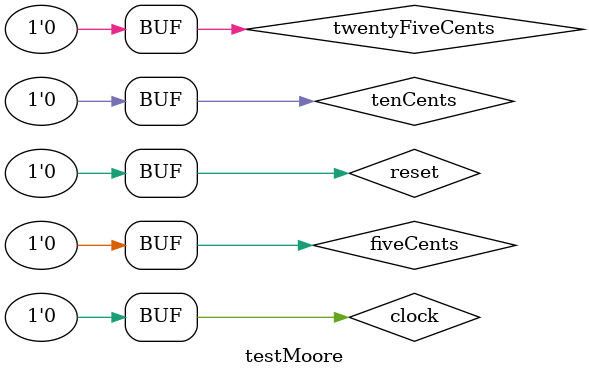
<source format=sv>
`timescale 1ns / 1ps

module testMoore();

logic clock, reset,fiveCents,tenCents,twentyFiveCents,theProduct;

mooreMachine test1 (clock, reset,fiveCents,tenCents,twentyFiveCents,theProduct);

always
begin
    clock = 1; #5; clock = 0; #5;
end

initial
begin
reset=0;fiveCents=0;tenCents=1;twentyFiveCents=0; #10;
fiveCents=1;tenCents=0;twentyFiveCents=0; #10;
fiveCents=1;tenCents=0;twentyFiveCents=0; #10;
fiveCents=0;tenCents=1;twentyFiveCents=0; #10;
fiveCents=0;tenCents=1;twentyFiveCents=0; #10;
fiveCents=0;tenCents=1;twentyFiveCents=0; #10;
fiveCents=0;tenCents=1;twentyFiveCents=0; #10;
fiveCents=0;tenCents=1;twentyFiveCents=0; #10;
fiveCents=0;tenCents=0;twentyFiveCents=0; #10;
end
endmodule

</source>
